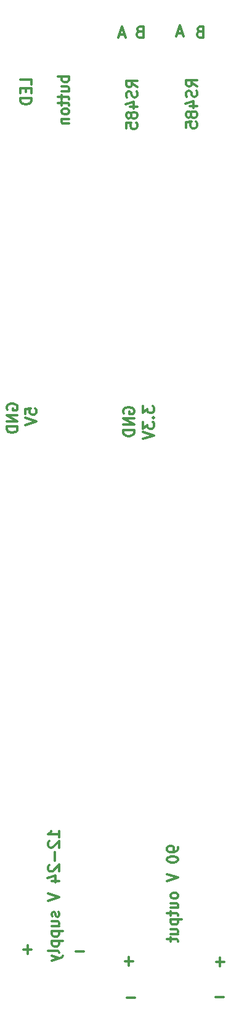
<source format=gbr>
G04 #@! TF.FileFunction,Legend,Bot*
%FSLAX46Y46*%
G04 Gerber Fmt 4.6, Leading zero omitted, Abs format (unit mm)*
G04 Created by KiCad (PCBNEW 4.0.6) date 11/06/18 21:24:15*
%MOMM*%
%LPD*%
G01*
G04 APERTURE LIST*
%ADD10C,0.100000*%
%ADD11C,0.300000*%
G04 APERTURE END LIST*
D10*
D11*
X58550000Y-85982143D02*
X58478571Y-85839286D01*
X58478571Y-85625000D01*
X58550000Y-85410715D01*
X58692857Y-85267857D01*
X58835714Y-85196429D01*
X59121429Y-85125000D01*
X59335714Y-85125000D01*
X59621429Y-85196429D01*
X59764286Y-85267857D01*
X59907143Y-85410715D01*
X59978571Y-85625000D01*
X59978571Y-85767857D01*
X59907143Y-85982143D01*
X59835714Y-86053572D01*
X59335714Y-86053572D01*
X59335714Y-85767857D01*
X59978571Y-86696429D02*
X58478571Y-86696429D01*
X59978571Y-87553572D01*
X58478571Y-87553572D01*
X59978571Y-88267858D02*
X58478571Y-88267858D01*
X58478571Y-88625001D01*
X58550000Y-88839286D01*
X58692857Y-88982144D01*
X58835714Y-89053572D01*
X59121429Y-89125001D01*
X59335714Y-89125001D01*
X59621429Y-89053572D01*
X59764286Y-88982144D01*
X59907143Y-88839286D01*
X59978571Y-88625001D01*
X59978571Y-88267858D01*
X61078571Y-86564287D02*
X61078571Y-85850001D01*
X61792857Y-85778572D01*
X61721429Y-85850001D01*
X61650000Y-85992858D01*
X61650000Y-86350001D01*
X61721429Y-86492858D01*
X61792857Y-86564287D01*
X61935714Y-86635715D01*
X62292857Y-86635715D01*
X62435714Y-86564287D01*
X62507143Y-86492858D01*
X62578571Y-86350001D01*
X62578571Y-85992858D01*
X62507143Y-85850001D01*
X62435714Y-85778572D01*
X61078571Y-87064286D02*
X62578571Y-87564286D01*
X61078571Y-88064286D01*
X74575000Y-86457143D02*
X74503571Y-86314286D01*
X74503571Y-86100000D01*
X74575000Y-85885715D01*
X74717857Y-85742857D01*
X74860714Y-85671429D01*
X75146429Y-85600000D01*
X75360714Y-85600000D01*
X75646429Y-85671429D01*
X75789286Y-85742857D01*
X75932143Y-85885715D01*
X76003571Y-86100000D01*
X76003571Y-86242857D01*
X75932143Y-86457143D01*
X75860714Y-86528572D01*
X75360714Y-86528572D01*
X75360714Y-86242857D01*
X76003571Y-87171429D02*
X74503571Y-87171429D01*
X76003571Y-88028572D01*
X74503571Y-88028572D01*
X76003571Y-88742858D02*
X74503571Y-88742858D01*
X74503571Y-89100001D01*
X74575000Y-89314286D01*
X74717857Y-89457144D01*
X74860714Y-89528572D01*
X75146429Y-89600001D01*
X75360714Y-89600001D01*
X75646429Y-89528572D01*
X75789286Y-89457144D01*
X75932143Y-89314286D01*
X76003571Y-89100001D01*
X76003571Y-88742858D01*
X77253571Y-85485715D02*
X77253571Y-86414286D01*
X77825000Y-85914286D01*
X77825000Y-86128572D01*
X77896429Y-86271429D01*
X77967857Y-86342858D01*
X78110714Y-86414286D01*
X78467857Y-86414286D01*
X78610714Y-86342858D01*
X78682143Y-86271429D01*
X78753571Y-86128572D01*
X78753571Y-85700000D01*
X78682143Y-85557143D01*
X78610714Y-85485715D01*
X78610714Y-87057143D02*
X78682143Y-87128571D01*
X78753571Y-87057143D01*
X78682143Y-86985714D01*
X78610714Y-87057143D01*
X78753571Y-87057143D01*
X77253571Y-87628572D02*
X77253571Y-88557143D01*
X77825000Y-88057143D01*
X77825000Y-88271429D01*
X77896429Y-88414286D01*
X77967857Y-88485715D01*
X78110714Y-88557143D01*
X78467857Y-88557143D01*
X78610714Y-88485715D01*
X78682143Y-88414286D01*
X78753571Y-88271429D01*
X78753571Y-87842857D01*
X78682143Y-87700000D01*
X78610714Y-87628572D01*
X77253571Y-88985714D02*
X78753571Y-89485714D01*
X77253571Y-89985714D01*
X82053571Y-145967857D02*
X82053571Y-146253572D01*
X81982143Y-146396429D01*
X81910714Y-146467857D01*
X81696429Y-146610715D01*
X81410714Y-146682143D01*
X80839286Y-146682143D01*
X80696429Y-146610715D01*
X80625000Y-146539286D01*
X80553571Y-146396429D01*
X80553571Y-146110715D01*
X80625000Y-145967857D01*
X80696429Y-145896429D01*
X80839286Y-145825000D01*
X81196429Y-145825000D01*
X81339286Y-145896429D01*
X81410714Y-145967857D01*
X81482143Y-146110715D01*
X81482143Y-146396429D01*
X81410714Y-146539286D01*
X81339286Y-146610715D01*
X81196429Y-146682143D01*
X80553571Y-147610714D02*
X80553571Y-147753571D01*
X80625000Y-147896428D01*
X80696429Y-147967857D01*
X80839286Y-148039286D01*
X81125000Y-148110714D01*
X81482143Y-148110714D01*
X81767857Y-148039286D01*
X81910714Y-147967857D01*
X81982143Y-147896428D01*
X82053571Y-147753571D01*
X82053571Y-147610714D01*
X81982143Y-147467857D01*
X81910714Y-147396428D01*
X81767857Y-147325000D01*
X81482143Y-147253571D01*
X81125000Y-147253571D01*
X80839286Y-147325000D01*
X80696429Y-147396428D01*
X80625000Y-147467857D01*
X80553571Y-147610714D01*
X80553571Y-149682142D02*
X82053571Y-150182142D01*
X80553571Y-150682142D01*
X82053571Y-152539285D02*
X81982143Y-152396427D01*
X81910714Y-152324999D01*
X81767857Y-152253570D01*
X81339286Y-152253570D01*
X81196429Y-152324999D01*
X81125000Y-152396427D01*
X81053571Y-152539285D01*
X81053571Y-152753570D01*
X81125000Y-152896427D01*
X81196429Y-152967856D01*
X81339286Y-153039285D01*
X81767857Y-153039285D01*
X81910714Y-152967856D01*
X81982143Y-152896427D01*
X82053571Y-152753570D01*
X82053571Y-152539285D01*
X81053571Y-154324999D02*
X82053571Y-154324999D01*
X81053571Y-153682142D02*
X81839286Y-153682142D01*
X81982143Y-153753570D01*
X82053571Y-153896428D01*
X82053571Y-154110713D01*
X81982143Y-154253570D01*
X81910714Y-154324999D01*
X81053571Y-154824999D02*
X81053571Y-155396428D01*
X80553571Y-155039285D02*
X81839286Y-155039285D01*
X81982143Y-155110713D01*
X82053571Y-155253571D01*
X82053571Y-155396428D01*
X81053571Y-155896428D02*
X82553571Y-155896428D01*
X81125000Y-155896428D02*
X81053571Y-156039285D01*
X81053571Y-156324999D01*
X81125000Y-156467856D01*
X81196429Y-156539285D01*
X81339286Y-156610714D01*
X81767857Y-156610714D01*
X81910714Y-156539285D01*
X81982143Y-156467856D01*
X82053571Y-156324999D01*
X82053571Y-156039285D01*
X81982143Y-155896428D01*
X81053571Y-157896428D02*
X82053571Y-157896428D01*
X81053571Y-157253571D02*
X81839286Y-157253571D01*
X81982143Y-157324999D01*
X82053571Y-157467857D01*
X82053571Y-157682142D01*
X81982143Y-157824999D01*
X81910714Y-157896428D01*
X81053571Y-158396428D02*
X81053571Y-158967857D01*
X80553571Y-158610714D02*
X81839286Y-158610714D01*
X81982143Y-158682142D01*
X82053571Y-158825000D01*
X82053571Y-158967857D01*
X76121428Y-166632143D02*
X74978571Y-166632143D01*
X88321428Y-166557143D02*
X87178571Y-166557143D01*
X88396428Y-161732143D02*
X87253571Y-161732143D01*
X87825000Y-162303571D02*
X87825000Y-161160714D01*
X75871428Y-161657143D02*
X74728571Y-161657143D01*
X75300000Y-162228571D02*
X75300000Y-161085714D01*
X65703571Y-144614287D02*
X65703571Y-143757144D01*
X65703571Y-144185716D02*
X64203571Y-144185716D01*
X64417857Y-144042859D01*
X64560714Y-143900001D01*
X64632143Y-143757144D01*
X64346429Y-145185715D02*
X64275000Y-145257144D01*
X64203571Y-145400001D01*
X64203571Y-145757144D01*
X64275000Y-145900001D01*
X64346429Y-145971430D01*
X64489286Y-146042858D01*
X64632143Y-146042858D01*
X64846429Y-145971430D01*
X65703571Y-145114287D01*
X65703571Y-146042858D01*
X65132143Y-146685715D02*
X65132143Y-147828572D01*
X64346429Y-148471429D02*
X64275000Y-148542858D01*
X64203571Y-148685715D01*
X64203571Y-149042858D01*
X64275000Y-149185715D01*
X64346429Y-149257144D01*
X64489286Y-149328572D01*
X64632143Y-149328572D01*
X64846429Y-149257144D01*
X65703571Y-148400001D01*
X65703571Y-149328572D01*
X64703571Y-150614286D02*
X65703571Y-150614286D01*
X64132143Y-150257143D02*
X65203571Y-149900000D01*
X65203571Y-150828572D01*
X64203571Y-152328571D02*
X65703571Y-152828571D01*
X64203571Y-153328571D01*
X65632143Y-154899999D02*
X65703571Y-155042856D01*
X65703571Y-155328571D01*
X65632143Y-155471428D01*
X65489286Y-155542856D01*
X65417857Y-155542856D01*
X65275000Y-155471428D01*
X65203571Y-155328571D01*
X65203571Y-155114285D01*
X65132143Y-154971428D01*
X64989286Y-154899999D01*
X64917857Y-154899999D01*
X64775000Y-154971428D01*
X64703571Y-155114285D01*
X64703571Y-155328571D01*
X64775000Y-155471428D01*
X64703571Y-156828571D02*
X65703571Y-156828571D01*
X64703571Y-156185714D02*
X65489286Y-156185714D01*
X65632143Y-156257142D01*
X65703571Y-156400000D01*
X65703571Y-156614285D01*
X65632143Y-156757142D01*
X65560714Y-156828571D01*
X64703571Y-157542857D02*
X66203571Y-157542857D01*
X64775000Y-157542857D02*
X64703571Y-157685714D01*
X64703571Y-157971428D01*
X64775000Y-158114285D01*
X64846429Y-158185714D01*
X64989286Y-158257143D01*
X65417857Y-158257143D01*
X65560714Y-158185714D01*
X65632143Y-158114285D01*
X65703571Y-157971428D01*
X65703571Y-157685714D01*
X65632143Y-157542857D01*
X64703571Y-158900000D02*
X66203571Y-158900000D01*
X64775000Y-158900000D02*
X64703571Y-159042857D01*
X64703571Y-159328571D01*
X64775000Y-159471428D01*
X64846429Y-159542857D01*
X64989286Y-159614286D01*
X65417857Y-159614286D01*
X65560714Y-159542857D01*
X65632143Y-159471428D01*
X65703571Y-159328571D01*
X65703571Y-159042857D01*
X65632143Y-158900000D01*
X65703571Y-160471429D02*
X65632143Y-160328571D01*
X65489286Y-160257143D01*
X64203571Y-160257143D01*
X64703571Y-160900000D02*
X65703571Y-161257143D01*
X64703571Y-161614285D02*
X65703571Y-161257143D01*
X66060714Y-161114285D01*
X66132143Y-161042857D01*
X66203571Y-160900000D01*
X69121428Y-160307143D02*
X67978571Y-160307143D01*
X61921428Y-160057143D02*
X60778571Y-160057143D01*
X61350000Y-160628571D02*
X61350000Y-159485714D01*
X67053571Y-40285714D02*
X65553571Y-40285714D01*
X66125000Y-40285714D02*
X66053571Y-40428571D01*
X66053571Y-40714285D01*
X66125000Y-40857142D01*
X66196429Y-40928571D01*
X66339286Y-41000000D01*
X66767857Y-41000000D01*
X66910714Y-40928571D01*
X66982143Y-40857142D01*
X67053571Y-40714285D01*
X67053571Y-40428571D01*
X66982143Y-40285714D01*
X66053571Y-42285714D02*
X67053571Y-42285714D01*
X66053571Y-41642857D02*
X66839286Y-41642857D01*
X66982143Y-41714285D01*
X67053571Y-41857143D01*
X67053571Y-42071428D01*
X66982143Y-42214285D01*
X66910714Y-42285714D01*
X66053571Y-42785714D02*
X66053571Y-43357143D01*
X65553571Y-43000000D02*
X66839286Y-43000000D01*
X66982143Y-43071428D01*
X67053571Y-43214286D01*
X67053571Y-43357143D01*
X66053571Y-43642857D02*
X66053571Y-44214286D01*
X65553571Y-43857143D02*
X66839286Y-43857143D01*
X66982143Y-43928571D01*
X67053571Y-44071429D01*
X67053571Y-44214286D01*
X67053571Y-44928572D02*
X66982143Y-44785714D01*
X66910714Y-44714286D01*
X66767857Y-44642857D01*
X66339286Y-44642857D01*
X66196429Y-44714286D01*
X66125000Y-44785714D01*
X66053571Y-44928572D01*
X66053571Y-45142857D01*
X66125000Y-45285714D01*
X66196429Y-45357143D01*
X66339286Y-45428572D01*
X66767857Y-45428572D01*
X66910714Y-45357143D01*
X66982143Y-45285714D01*
X67053571Y-45142857D01*
X67053571Y-44928572D01*
X66053571Y-46071429D02*
X67053571Y-46071429D01*
X66196429Y-46071429D02*
X66125000Y-46142857D01*
X66053571Y-46285715D01*
X66053571Y-46500000D01*
X66125000Y-46642857D01*
X66267857Y-46714286D01*
X67053571Y-46714286D01*
X61878571Y-41360715D02*
X61878571Y-40646429D01*
X60378571Y-40646429D01*
X61092857Y-41860715D02*
X61092857Y-42360715D01*
X61878571Y-42575001D02*
X61878571Y-41860715D01*
X60378571Y-41860715D01*
X60378571Y-42575001D01*
X61878571Y-43217858D02*
X60378571Y-43217858D01*
X60378571Y-43575001D01*
X60450000Y-43789286D01*
X60592857Y-43932144D01*
X60735714Y-44003572D01*
X61021429Y-44075001D01*
X61235714Y-44075001D01*
X61521429Y-44003572D01*
X61664286Y-43932144D01*
X61807143Y-43789286D01*
X61878571Y-43575001D01*
X61878571Y-43217858D01*
X84653571Y-41607144D02*
X83939286Y-41107144D01*
X84653571Y-40750001D02*
X83153571Y-40750001D01*
X83153571Y-41321429D01*
X83225000Y-41464287D01*
X83296429Y-41535715D01*
X83439286Y-41607144D01*
X83653571Y-41607144D01*
X83796429Y-41535715D01*
X83867857Y-41464287D01*
X83939286Y-41321429D01*
X83939286Y-40750001D01*
X84582143Y-42178572D02*
X84653571Y-42392858D01*
X84653571Y-42750001D01*
X84582143Y-42892858D01*
X84510714Y-42964287D01*
X84367857Y-43035715D01*
X84225000Y-43035715D01*
X84082143Y-42964287D01*
X84010714Y-42892858D01*
X83939286Y-42750001D01*
X83867857Y-42464287D01*
X83796429Y-42321429D01*
X83725000Y-42250001D01*
X83582143Y-42178572D01*
X83439286Y-42178572D01*
X83296429Y-42250001D01*
X83225000Y-42321429D01*
X83153571Y-42464287D01*
X83153571Y-42821429D01*
X83225000Y-43035715D01*
X83653571Y-44321429D02*
X84653571Y-44321429D01*
X83082143Y-43964286D02*
X84153571Y-43607143D01*
X84153571Y-44535715D01*
X83796429Y-45321429D02*
X83725000Y-45178571D01*
X83653571Y-45107143D01*
X83510714Y-45035714D01*
X83439286Y-45035714D01*
X83296429Y-45107143D01*
X83225000Y-45178571D01*
X83153571Y-45321429D01*
X83153571Y-45607143D01*
X83225000Y-45750000D01*
X83296429Y-45821429D01*
X83439286Y-45892857D01*
X83510714Y-45892857D01*
X83653571Y-45821429D01*
X83725000Y-45750000D01*
X83796429Y-45607143D01*
X83796429Y-45321429D01*
X83867857Y-45178571D01*
X83939286Y-45107143D01*
X84082143Y-45035714D01*
X84367857Y-45035714D01*
X84510714Y-45107143D01*
X84582143Y-45178571D01*
X84653571Y-45321429D01*
X84653571Y-45607143D01*
X84582143Y-45750000D01*
X84510714Y-45821429D01*
X84367857Y-45892857D01*
X84082143Y-45892857D01*
X83939286Y-45821429D01*
X83867857Y-45750000D01*
X83796429Y-45607143D01*
X83153571Y-47250000D02*
X83153571Y-46535714D01*
X83867857Y-46464285D01*
X83796429Y-46535714D01*
X83725000Y-46678571D01*
X83725000Y-47035714D01*
X83796429Y-47178571D01*
X83867857Y-47250000D01*
X84010714Y-47321428D01*
X84367857Y-47321428D01*
X84510714Y-47250000D01*
X84582143Y-47178571D01*
X84653571Y-47035714D01*
X84653571Y-46678571D01*
X84582143Y-46535714D01*
X84510714Y-46464285D01*
X76428571Y-41707144D02*
X75714286Y-41207144D01*
X76428571Y-40850001D02*
X74928571Y-40850001D01*
X74928571Y-41421429D01*
X75000000Y-41564287D01*
X75071429Y-41635715D01*
X75214286Y-41707144D01*
X75428571Y-41707144D01*
X75571429Y-41635715D01*
X75642857Y-41564287D01*
X75714286Y-41421429D01*
X75714286Y-40850001D01*
X76357143Y-42278572D02*
X76428571Y-42492858D01*
X76428571Y-42850001D01*
X76357143Y-42992858D01*
X76285714Y-43064287D01*
X76142857Y-43135715D01*
X76000000Y-43135715D01*
X75857143Y-43064287D01*
X75785714Y-42992858D01*
X75714286Y-42850001D01*
X75642857Y-42564287D01*
X75571429Y-42421429D01*
X75500000Y-42350001D01*
X75357143Y-42278572D01*
X75214286Y-42278572D01*
X75071429Y-42350001D01*
X75000000Y-42421429D01*
X74928571Y-42564287D01*
X74928571Y-42921429D01*
X75000000Y-43135715D01*
X75428571Y-44421429D02*
X76428571Y-44421429D01*
X74857143Y-44064286D02*
X75928571Y-43707143D01*
X75928571Y-44635715D01*
X75571429Y-45421429D02*
X75500000Y-45278571D01*
X75428571Y-45207143D01*
X75285714Y-45135714D01*
X75214286Y-45135714D01*
X75071429Y-45207143D01*
X75000000Y-45278571D01*
X74928571Y-45421429D01*
X74928571Y-45707143D01*
X75000000Y-45850000D01*
X75071429Y-45921429D01*
X75214286Y-45992857D01*
X75285714Y-45992857D01*
X75428571Y-45921429D01*
X75500000Y-45850000D01*
X75571429Y-45707143D01*
X75571429Y-45421429D01*
X75642857Y-45278571D01*
X75714286Y-45207143D01*
X75857143Y-45135714D01*
X76142857Y-45135714D01*
X76285714Y-45207143D01*
X76357143Y-45278571D01*
X76428571Y-45421429D01*
X76428571Y-45707143D01*
X76357143Y-45850000D01*
X76285714Y-45921429D01*
X76142857Y-45992857D01*
X75857143Y-45992857D01*
X75714286Y-45921429D01*
X75642857Y-45850000D01*
X75571429Y-45707143D01*
X74928571Y-47350000D02*
X74928571Y-46635714D01*
X75642857Y-46564285D01*
X75571429Y-46635714D01*
X75500000Y-46778571D01*
X75500000Y-47135714D01*
X75571429Y-47278571D01*
X75642857Y-47350000D01*
X75785714Y-47421428D01*
X76142857Y-47421428D01*
X76285714Y-47350000D01*
X76357143Y-47278571D01*
X76428571Y-47135714D01*
X76428571Y-46778571D01*
X76357143Y-46635714D01*
X76285714Y-46564285D01*
X85042857Y-34092857D02*
X84828571Y-34164286D01*
X84757143Y-34235714D01*
X84685714Y-34378571D01*
X84685714Y-34592857D01*
X84757143Y-34735714D01*
X84828571Y-34807143D01*
X84971429Y-34878571D01*
X85542857Y-34878571D01*
X85542857Y-33378571D01*
X85042857Y-33378571D01*
X84900000Y-33450000D01*
X84828571Y-33521429D01*
X84757143Y-33664286D01*
X84757143Y-33807143D01*
X84828571Y-33950000D01*
X84900000Y-34021429D01*
X85042857Y-34092857D01*
X85542857Y-34092857D01*
X82657143Y-34300000D02*
X81942857Y-34300000D01*
X82800000Y-34728571D02*
X82300000Y-33228571D01*
X81800000Y-34728571D01*
X76767857Y-34092857D02*
X76553571Y-34164286D01*
X76482143Y-34235714D01*
X76410714Y-34378571D01*
X76410714Y-34592857D01*
X76482143Y-34735714D01*
X76553571Y-34807143D01*
X76696429Y-34878571D01*
X77267857Y-34878571D01*
X77267857Y-33378571D01*
X76767857Y-33378571D01*
X76625000Y-33450000D01*
X76553571Y-33521429D01*
X76482143Y-33664286D01*
X76482143Y-33807143D01*
X76553571Y-33950000D01*
X76625000Y-34021429D01*
X76767857Y-34092857D01*
X77267857Y-34092857D01*
X74682143Y-34500000D02*
X73967857Y-34500000D01*
X74825000Y-34928571D02*
X74325000Y-33428571D01*
X73825000Y-34928571D01*
M02*

</source>
